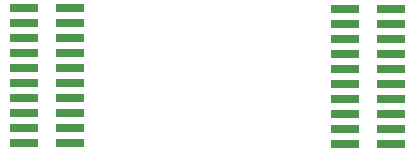
<source format=gbr>
%TF.GenerationSoftware,KiCad,Pcbnew,8.0.8*%
%TF.CreationDate,2025-01-18T10:05:32+01:00*%
%TF.ProjectId,RP2040-LCD-1_28,52503230-3430-42d4-9c43-442d312c3238,rev?*%
%TF.SameCoordinates,Original*%
%TF.FileFunction,Paste,Bot*%
%TF.FilePolarity,Positive*%
%FSLAX46Y46*%
G04 Gerber Fmt 4.6, Leading zero omitted, Abs format (unit mm)*
G04 Created by KiCad (PCBNEW 8.0.8) date 2025-01-18 10:05:32*
%MOMM*%
%LPD*%
G01*
G04 APERTURE LIST*
%ADD10R,2.400000X0.740000*%
G04 APERTURE END LIST*
D10*
%TO.C,J2*%
X168950000Y-97500000D03*
X165050000Y-97500000D03*
X168950000Y-96230000D03*
X165050000Y-96230000D03*
X168950000Y-94960000D03*
X165050000Y-94960000D03*
X168950000Y-93690000D03*
X165050000Y-93690000D03*
X168950000Y-92420000D03*
X165050000Y-92420000D03*
X168950000Y-91150000D03*
X165050000Y-91150000D03*
X168950000Y-89880000D03*
X165050000Y-89880000D03*
X168950000Y-88610000D03*
X165050000Y-88610000D03*
X168950000Y-87340000D03*
X165050000Y-87340000D03*
X168950000Y-86070000D03*
X165050000Y-86070000D03*
%TD*%
%TO.C,J1*%
X137900000Y-86000000D03*
X141800000Y-86000000D03*
X137900000Y-87270000D03*
X141800000Y-87270000D03*
X137900000Y-88540000D03*
X141800000Y-88540000D03*
X137900000Y-89810000D03*
X141800000Y-89810000D03*
X137900000Y-91080000D03*
X141800000Y-91080000D03*
X137900000Y-92350000D03*
X141800000Y-92350000D03*
X137900000Y-93620000D03*
X141800000Y-93620000D03*
X137900000Y-94890000D03*
X141800000Y-94890000D03*
X137900000Y-96160000D03*
X141800000Y-96160000D03*
X137900000Y-97430000D03*
X141800000Y-97430000D03*
%TD*%
M02*

</source>
